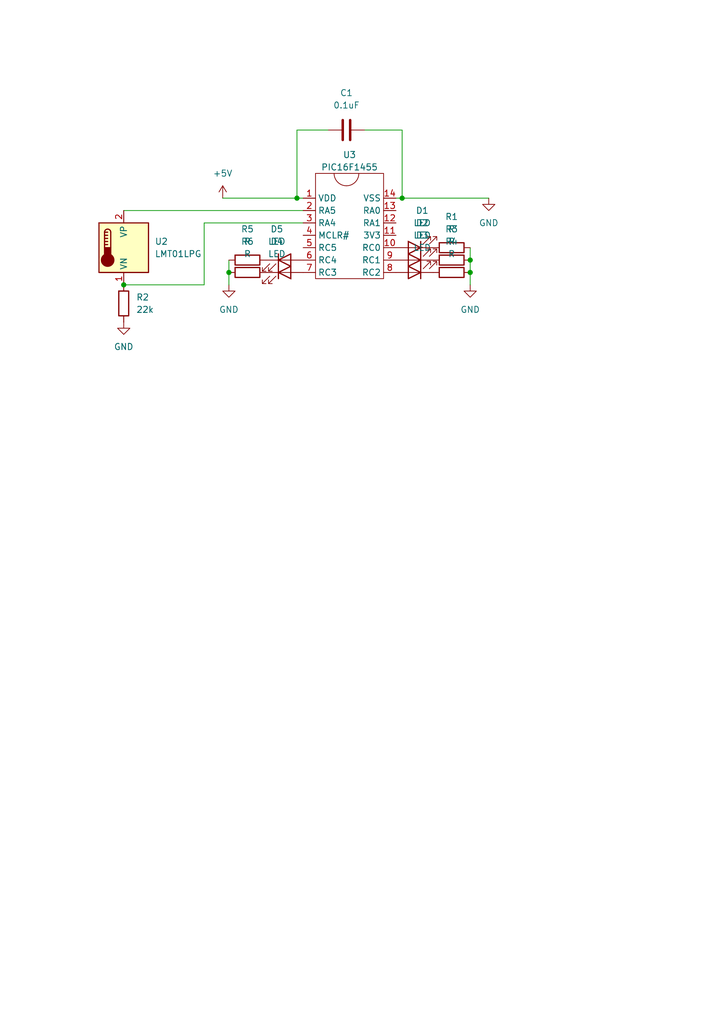
<source format=kicad_sch>
(kicad_sch (version 20231120) (generator "eeschema") (generator_version "8.0")
  (paper "A5" portrait)
  (lib_symbols
    (symbol "0Ore:PIC16F1455"
      (property "Reference" "U" (at 0 0 0))
      (symbol "PIC16F1455_0_1"
        (rectangle (start -7.62 22.86) (end 6.35 1.27))
        (arc (start -3.81 22.86) (mid -3.0661 21.0639) (end -1.27 20.32))
        (arc (start -1.27 20.32) (mid 0.5261 21.0639) (end 1.27 22.86))
      )
      (symbol "PIC16F1455_1_1"
        (pin output line (at -10.16 17.78 0) (length 2.54) (name "VDD") (number "1"))
        (pin bidirectional line (at 8.89 7.62 180) (length 2.54) (name "RC0") (number "10"))
        (pin output line (at 8.89 10.16 180) (length 2.54) (name "3V3") (number "11"))
        (pin bidirectional line (at 8.89 12.7 180) (length 2.54) (name "RA1") (number "12"))
        (pin bidirectional line (at 8.89 15.24 180) (length 2.54) (name "RA0") (number "13"))
        (pin output line (at 8.89 17.78 180) (length 2.54) (name "VSS") (number "14"))
        (pin bidirectional line (at -10.16 15.24 0) (length 2.54) (name "RA5") (number "2"))
        (pin bidirectional line (at -10.16 12.7 0) (length 2.54) (name "RA4") (number "3"))
        (pin input line (at -10.16 10.16 0) (length 2.54) (name "MCLR#") (number "4"))
        (pin bidirectional line (at -10.16 7.62 0) (length 2.54) (name "RC5") (number "5"))
        (pin bidirectional line (at -10.16 5.08 0) (length 2.54) (name "RC4") (number "6"))
        (pin bidirectional line (at -10.16 2.54 0) (length 2.54) (name "RC3") (number "7"))
        (pin bidirectional line (at 8.89 2.54 180) (length 2.54) (name "RC2") (number "8"))
        (pin bidirectional line (at 8.89 5.08 180) (length 2.54) (name "RC1") (number "9"))
      )
    )
    (symbol "Device:C" (pin_numbers hide) (pin_names (offset 0.254))
      (property "Reference" "C" (at 0.635 2.54 0))
      (property "Value" "C" (at 0.635 -2.54 0))
      (symbol "C_0_1"
        (polyline (pts (xy -2.032 -0.762) (xy 2.032 -0.762)) (stroke (width 0.508)))
        (polyline (pts (xy -2.032 0.762) (xy 2.032 0.762)) (stroke (width 0.508)))
      )
      (symbol "C_1_1"
        (pin passive line (at 0 3.81 270) (length 2.794) (name "~") (number "1"))
        (pin passive line (at 0 -3.81 90) (length 2.794) (name "~") (number "2"))
      )
    )
    (symbol "Device:LED" (pin_numbers hide) (pin_names (offset 1.016) hide)
      (property "Reference" "D" (at 0 2.54 0))
      (property "Value" "LED" (at 0 -2.54 0))
      (symbol "LED_0_1"
        (polyline (pts (xy -1.27 -1.27) (xy -1.27 1.27)) (stroke (width 0.254)))
        (polyline (pts (xy -1.27 0) (xy 1.27 0)))
        (polyline (pts (xy 1.27 -1.27) (xy 1.27 1.27) (xy -1.27 0) (xy 1.27 -1.27)) (stroke (width 0.254)))
        (polyline (pts (xy -3.048 -0.762) (xy -4.572 -2.286) (xy -3.81 -2.286) (xy -4.572 -2.286) (xy -4.572 -1.524)))
        (polyline (pts (xy -1.778 -0.762) (xy -3.302 -2.286) (xy -2.54 -2.286) (xy -3.302 -2.286) (xy -3.302 -1.524)))
      )
      (symbol "LED_1_1"
        (pin passive line (at -3.81 0 0) (length 2.54) (name "K") (number "1"))
        (pin passive line (at 3.81 0 180) (length 2.54) (name "A") (number "2"))
      )
    )
    (symbol "Device:R" (pin_numbers hide) (pin_names (offset 0))
      (property "Reference" "R" (at 2.032 0 90))
      (property "Value" "R" (at 0 0 90))
      (symbol "R_0_1"
        (rectangle (start -1.016 -2.54) (end 1.016 2.54) (stroke (width 0.254)))
      )
      (symbol "R_1_1"
        (pin passive line (at 0 3.81 270) (length 1.27) (name "~") (number "1"))
        (pin passive line (at 0 -3.81 90) (length 1.27) (name "~") (number "2"))
      )
    )
    (symbol "Sensor_Temperature:LMT01LPG"
      (property "Reference" "U" (at -3.81 6.35 0))
      (property "Value" "LMT01LPG" (at 6.35 -6.35 0))
      (symbol "LMT01LPG_0_1"
        (circle (center -3.302 -2.54) (radius 1.27) (stroke (width 0.254)) (fill (type outline)))
        (rectangle (start -2.667 -1.905) (end -3.937 0) (stroke (width 0.254)) (fill (type outline)))
        (arc (start -2.667 3.175) (mid -3.302 3.8073) (end -3.937 3.175) (stroke (width 0.254)))
        (polyline (pts (xy -3.937 0.635) (xy -3.302 0.635)) (stroke (width 0.254)))
        (polyline (pts (xy -3.937 1.27) (xy -3.302 1.27)) (stroke (width 0.254)))
        (polyline (pts (xy -3.937 1.905) (xy -3.302 1.905)) (stroke (width 0.254)))
        (polyline (pts (xy -3.937 2.54) (xy -3.302 2.54)) (stroke (width 0.254)))
        (polyline (pts (xy -3.937 3.175) (xy -3.937 0)) (stroke (width 0.254)))
        (polyline (pts (xy -3.937 3.175) (xy -3.302 3.175)) (stroke (width 0.254)))
        (polyline (pts (xy -2.667 3.175) (xy -2.667 0)) (stroke (width 0.254)))
      )
      (symbol "LMT01LPG_1_1"
        (rectangle (start -5.08 5.08) (end 5.08 -5.08) (stroke (width 0.254)) (fill (type background)))
        (pin bidirectional line (at 0 -7.62 90) (length 2.54) (name "VN") (number "1"))
        (pin bidirectional line (at 0 7.62 270) (length 2.54) (name "VP") (number "2"))
      )
    )
    (symbol "power:+5V" (power) (pin_numbers hide) (pin_names (offset 0) hide)
      (property "Value" "+5V" (at 0 3.556 0))
      (symbol "+5V_0_1"
        (polyline (pts (xy -0.762 1.27) (xy 0 2.54)))
        (polyline (pts (xy 0 0) (xy 0 2.54)))
        (polyline (pts (xy 0 2.54) (xy 0.762 1.27)))
      )
      (symbol "+5V_1_1"
        (pin power_in line (at 0 0 90) (length 0) (name "~") (number "1"))
      )
    )
    (symbol "power:GND" (power) (pin_numbers hide) (pin_names (offset 0) hide)
      (property "Value" "GND" (at 0 -3.81 0))
      (symbol "GND_0_1"
        (polyline (pts (xy 0 0) (xy 0 -1.27) (xy 1.27 -1.27) (xy 0 -2.54) (xy -1.27 -1.27) (xy 0 -1.27)))
      )
      (symbol "GND_1_1"
        (pin power_in line (at 0 0 270) (length 0) (name "~") (number "1"))
      )
    )
  )
  (junction (at 60.96 40.64))
  (junction (at 82.55 40.64))
  (junction (at 25.4 58.42))
  (junction (at 96.52 53.34))
  (junction (at 96.52 55.88))
  (junction (at 46.99 55.88))
  (wire (pts (xy 74.93 26.67) (xy 82.55 26.67)))
  (wire (pts (xy 81.28 40.64) (xy 82.55 40.64)))
  (wire (pts (xy 82.55 26.67) (xy 82.55 40.64)))
  (wire (pts (xy 41.91 58.42) (xy 25.4 58.42)))
  (wire (pts (xy 67.31 26.67) (xy 60.96 26.67)))
  (wire (pts (xy 82.55 40.64) (xy 100.33 40.64)))
  (wire (pts (xy 25.4 43.18) (xy 62.23 43.18)))
  (wire (pts (xy 96.52 55.88) (xy 96.52 58.42)))
  (wire (pts (xy 46.99 55.88) (xy 46.99 58.42)))
  (wire (pts (xy 96.52 50.8) (xy 96.52 53.34)))
  (wire (pts (xy 46.99 53.34) (xy 46.99 55.88)))
  (wire (pts (xy 60.96 40.64) (xy 62.23 40.64)))
  (wire (pts (xy 60.96 26.67) (xy 60.96 40.64)))
  (wire (pts (xy 41.91 45.72) (xy 41.91 58.42)))
  (wire (pts (xy 62.23 45.72) (xy 41.91 45.72)))
  (wire (pts (xy 45.72 40.64) (xy 60.96 40.64)))
  (wire (pts (xy 96.52 53.34) (xy 96.52 55.88)))
  (symbol (lib_id "Device:LED") (at 85.09 50.8 180) (unit 1)
    (property "Reference" "D1" (at 86.6775 43.18 0))
    (property "Value" "LED" (at 86.6775 45.72 0))
    (property "Description" "Light emitting diode" (effects (hide yes)))
  )
  (symbol (lib_id "Device:LED") (at 85.09 53.34 180) (unit 1)
    (property "Reference" "D2" (at 86.6775 45.72 0))
    (property "Value" "LED" (at 86.6775 48.26 0))
    (property "Description" "Light emitting diode" (effects (hide yes)))
  )
  (symbol (lib_id "Device:R") (at 92.71 50.8 90) (unit 1)
    (property "Reference" "R1" (at 92.71 44.45 90))
    (property "Value" "R" (at 92.71 46.99 90))
    (property "Description" "Resistor" (effects (hide yes)))
  )
  (symbol (lib_id "power:GND") (at 25.4 66.04 0) (unit 1)
    (property "Reference" "#PWR01" (effects (hide yes)))
    (property "Value" "GND" (at 25.4 71.12 0))
    (property "Description" "Power symbol creates a global label with name \"GND\" , ground" (effects (hide yes)))
  )
  (symbol (lib_id "power:GND") (at 46.99 58.42 0) (unit 1)
    (property "Reference" "#PWR03" (effects (hide yes)))
    (property "Value" "GND" (at 46.99 63.5 0))
    (property "Description" "Power symbol creates a global label with name \"GND\" , ground" (effects (hide yes)))
  )
  (symbol (lib_id "Device:R") (at 92.71 55.88 90) (unit 1)
    (property "Reference" "R4" (at 92.71 49.53 90))
    (property "Value" "R" (at 92.71 52.07 90))
    (property "Description" "Resistor" (effects (hide yes)))
  )
  (symbol (lib_id "Device:LED") (at 58.42 55.88 0) (unit 1)
    (property "Reference" "D4" (at 56.8325 49.53 0))
    (property "Value" "LED" (at 56.8325 52.07 0))
    (property "Description" "Light emitting diode" (effects (hide yes)))
  )
  (symbol (lib_id "Device:C") (at 71.12 26.67 90) (unit 1)
    (property "Reference" "C1" (at 71.12 19.05 90))
    (property "Value" "0.1uF" (at 71.12 21.59 90))
    (property "Description" "Unpolarized capacitor" (effects (hide yes)))
  )
  (symbol (lib_id "Device:LED") (at 58.42 53.34 0) (unit 1)
    (property "Reference" "D5" (at 56.8325 46.99 0))
    (property "Value" "LED" (at 56.8325 49.53 0))
    (property "Description" "Light emitting diode" (effects (hide yes)))
  )
  (symbol (lib_id "0Ore:PIC16F1455") (at 72.39 58.42 0) (unit 1)
    (property "Reference" "U3" (at 71.755 31.75 0))
    (property "Value" "PIC16F1455" (at 71.755 34.29 0))
  )
  (symbol (lib_id "Device:R") (at 25.4 62.23 0) (unit 1)
    (property "Reference" "R2" (at 27.94 60.9599 0) (effects (justify left)))
    (property "Value" "22k" (at 27.94 63.4999 0) (effects (justify left)))
    (property "Description" "Resistor" (effects (hide yes)))
  )
  (symbol (lib_id "power:GND") (at 100.33 40.64 0) (unit 1)
    (property "Reference" "#PWR04" (effects (hide yes)))
    (property "Value" "GND" (at 100.33 45.72 0))
    (property "Description" "Power symbol creates a global label with name \"GND\" , ground" (effects (hide yes)))
  )
  (symbol (lib_id "Sensor_Temperature:LMT01LPG") (at 25.4 50.8 0) (unit 1)
    (property "Reference" "U2" (at 31.75 49.5299 0) (effects (justify left)))
    (property "Value" "LMT01LPG" (at 31.75 52.0699 0) (effects (justify left)))
    (property "Footprint" "Package_TO_SOT_THT:TO-92-2" (effects (hide yes)))
    (property "Datasheet" "https://www.ti.com/lit/ds/symlink/lmt01.pdf" (effects (hide yes)))
    (property "Description" "0.5°C Accurate 2-Pin Digital Output Temperature Sensor With Pulse Count Interface. TO-92-2 package" (effects (hide yes)))
  )
  (symbol (lib_id "Device:R") (at 92.71 53.34 90) (unit 1)
    (property "Reference" "R3" (at 92.71 46.99 90))
    (property "Value" "R" (at 92.71 49.53 90))
    (property "Description" "Resistor" (effects (hide yes)))
  )
  (symbol (lib_id "power:+5V") (at 45.72 40.64 0) (unit 1)
    (property "Reference" "#PWR05" (effects (hide yes)))
    (property "Value" "+5V" (at 45.72 35.56 0))
    (property "Description" "Power symbol creates a global label with name \"+5V\"" (effects (hide yes)))
  )
  (symbol (lib_id "power:GND") (at 96.52 58.42 0) (unit 1)
    (property "Reference" "#PWR02" (effects (hide yes)))
    (property "Value" "GND" (at 96.52 63.5 0))
    (property "Description" "Power symbol creates a global label with name \"GND\" , ground" (effects (hide yes)))
  )
  (symbol (lib_id "Device:R") (at 50.8 55.88 90) (unit 1)
    (property "Reference" "R6" (at 50.8 49.53 90))
    (property "Value" "R" (at 50.8 52.07 90))
    (property "Description" "Resistor" (effects (hide yes)))
  )
  (symbol (lib_id "Device:LED") (at 85.09 55.88 180) (unit 1)
    (property "Reference" "D3" (at 86.6775 48.26 0))
    (property "Value" "LED" (at 86.6775 50.8 0))
    (property "Description" "Light emitting diode" (effects (hide yes)))
  )
  (symbol (lib_id "Device:R") (at 50.8 53.34 90) (unit 1)
    (property "Reference" "R5" (at 50.8 46.99 90))
    (property "Value" "R" (at 50.8 49.53 90))
    (property "Description" "Resistor" (effects (hide yes)))
  )
)
</source>
